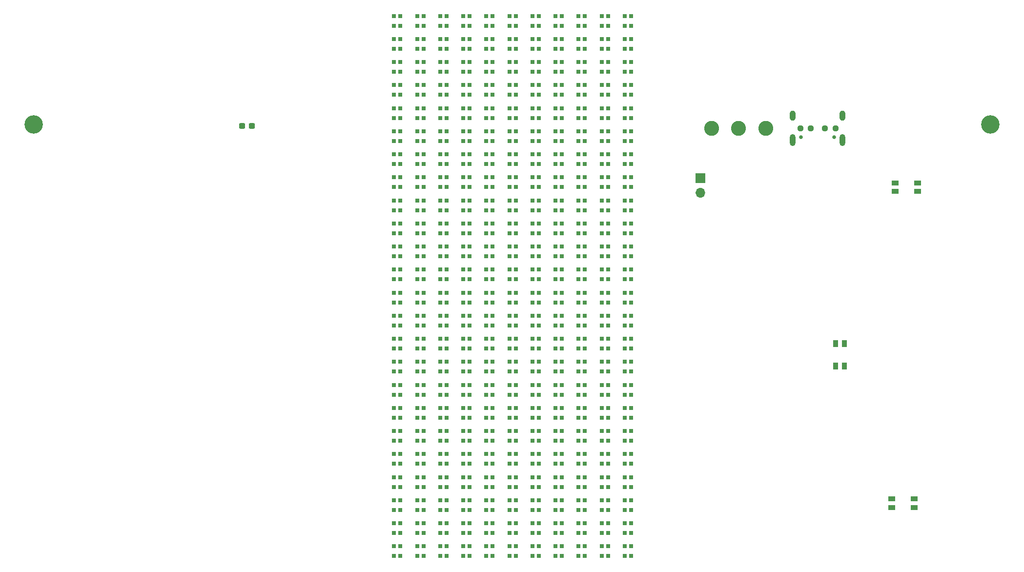
<source format=gts>
%TF.GenerationSoftware,KiCad,Pcbnew,8.0.6*%
%TF.CreationDate,2024-12-17T00:00:43+05:30*%
%TF.ProjectId,FF1-LP-Badge,4646312d-4c50-42d4-9261-6467652e6b69,rev?*%
%TF.SameCoordinates,Original*%
%TF.FileFunction,Soldermask,Top*%
%TF.FilePolarity,Negative*%
%FSLAX46Y46*%
G04 Gerber Fmt 4.6, Leading zero omitted, Abs format (unit mm)*
G04 Created by KiCad (PCBNEW 8.0.6) date 2024-12-17 00:00:43*
%MOMM*%
%LPD*%
G01*
G04 APERTURE LIST*
G04 Aperture macros list*
%AMRoundRect*
0 Rectangle with rounded corners*
0 $1 Rounding radius*
0 $2 $3 $4 $5 $6 $7 $8 $9 X,Y pos of 4 corners*
0 Add a 4 corners polygon primitive as box body*
4,1,4,$2,$3,$4,$5,$6,$7,$8,$9,$2,$3,0*
0 Add four circle primitives for the rounded corners*
1,1,$1+$1,$2,$3*
1,1,$1+$1,$4,$5*
1,1,$1+$1,$6,$7*
1,1,$1+$1,$8,$9*
0 Add four rect primitives between the rounded corners*
20,1,$1+$1,$2,$3,$4,$5,0*
20,1,$1+$1,$4,$5,$6,$7,0*
20,1,$1+$1,$6,$7,$8,$9,0*
20,1,$1+$1,$8,$9,$2,$3,0*%
G04 Aperture macros list end*
%ADD10R,0.700000X0.800000*%
%ADD11C,3.200000*%
%ADD12RoundRect,0.237500X-0.300000X-0.237500X0.300000X-0.237500X0.300000X0.237500X-0.300000X0.237500X0*%
%ADD13R,0.900000X1.250000*%
%ADD14RoundRect,0.237500X0.250000X0.237500X-0.250000X0.237500X-0.250000X-0.237500X0.250000X-0.237500X0*%
%ADD15RoundRect,0.237500X-0.250000X-0.237500X0.250000X-0.237500X0.250000X0.237500X-0.250000X0.237500X0*%
%ADD16R,1.250000X0.900000*%
%ADD17C,0.650000*%
%ADD18O,1.000000X1.800000*%
%ADD19O,1.000000X2.100000*%
%ADD20C,2.590000*%
%ADD21R,1.700000X1.700000*%
%ADD22O,1.700000X1.700000*%
G04 APERTURE END LIST*
D10*
%TO.C,D194*%
X205624984Y-59200904D03*
X205624984Y-60900904D03*
X204524984Y-60900904D03*
X204524984Y-59200904D03*
%TD*%
%TO.C,D30*%
X185624985Y-115200902D03*
X185624985Y-116900902D03*
X184524985Y-116900902D03*
X184524985Y-115200902D03*
%TD*%
%TO.C,D89*%
X181624987Y-95200905D03*
X181624987Y-96900905D03*
X180524987Y-96900905D03*
X180524987Y-95200905D03*
%TD*%
%TO.C,D168*%
X189624984Y-67200905D03*
X189624984Y-68900905D03*
X188524984Y-68900905D03*
X188524984Y-67200905D03*
%TD*%
%TO.C,D167*%
X189624983Y-71200904D03*
X189624983Y-72900904D03*
X188524983Y-72900904D03*
X188524983Y-71200904D03*
%TD*%
%TO.C,D52*%
X201624985Y-123200904D03*
X201624985Y-124900904D03*
X200524985Y-124900904D03*
X200524985Y-123200904D03*
%TD*%
%TO.C,D33*%
X189624987Y-127200905D03*
X189624987Y-128900905D03*
X188524987Y-128900905D03*
X188524987Y-127200905D03*
%TD*%
%TO.C,D127*%
X205624983Y-87200904D03*
X205624983Y-88900904D03*
X204524983Y-88900904D03*
X204524983Y-87200904D03*
%TD*%
%TO.C,D146*%
X173624984Y-59200904D03*
X173624984Y-60900904D03*
X172524984Y-60900904D03*
X172524984Y-59200904D03*
%TD*%
%TO.C,D215*%
X177624985Y-47200905D03*
X177624985Y-48900905D03*
X176524985Y-48900905D03*
X176524985Y-47200905D03*
%TD*%
%TO.C,D110*%
X193624986Y-83200905D03*
X193624986Y-84900905D03*
X192524986Y-84900905D03*
X192524986Y-83200905D03*
%TD*%
%TO.C,D90*%
X181624986Y-91200906D03*
X181624986Y-92900906D03*
X180524986Y-92900906D03*
X180524986Y-91200906D03*
%TD*%
D11*
%TO.C,H1*%
X106000000Y-54000000D03*
%TD*%
D10*
%TO.C,D148*%
X177624986Y-75200904D03*
X177624986Y-76900904D03*
X176524986Y-76900904D03*
X176524986Y-75200904D03*
%TD*%
%TO.C,D18*%
X177624985Y-115200905D03*
X177624985Y-116900905D03*
X176524985Y-116900905D03*
X176524985Y-115200905D03*
%TD*%
%TO.C,D108*%
X193624986Y-91200904D03*
X193624986Y-92900904D03*
X192524986Y-92900904D03*
X192524986Y-91200904D03*
%TD*%
%TO.C,D137*%
X169624985Y-71200904D03*
X169624985Y-72900904D03*
X168524985Y-72900904D03*
X168524985Y-71200904D03*
%TD*%
%TO.C,D27*%
X185624985Y-127200905D03*
X185624985Y-128900905D03*
X184524985Y-128900905D03*
X184524985Y-127200905D03*
%TD*%
%TO.C,D72*%
X169624985Y-91200904D03*
X169624985Y-92900904D03*
X168524985Y-92900904D03*
X168524985Y-91200904D03*
%TD*%
%TO.C,D45*%
X197624986Y-127200903D03*
X197624986Y-128900903D03*
X196524986Y-128900903D03*
X196524986Y-127200903D03*
%TD*%
%TO.C,D99*%
X189624983Y-103200904D03*
X189624983Y-104900904D03*
X188524983Y-104900904D03*
X188524983Y-103200904D03*
%TD*%
%TO.C,D213*%
X177624984Y-55200904D03*
X177624984Y-56900904D03*
X176524984Y-56900904D03*
X176524984Y-55200904D03*
%TD*%
%TO.C,D100*%
X189624984Y-99200905D03*
X189624984Y-100900905D03*
X188524984Y-100900905D03*
X188524984Y-99200905D03*
%TD*%
%TO.C,D50*%
X197624986Y-107200906D03*
X197624986Y-108900906D03*
X196524986Y-108900906D03*
X196524986Y-107200906D03*
%TD*%
%TO.C,D6*%
X169624985Y-115200905D03*
X169624985Y-116900905D03*
X168524985Y-116900905D03*
X168524985Y-115200905D03*
%TD*%
%TO.C,D175*%
X193624985Y-63200905D03*
X193624985Y-64900905D03*
X192524985Y-64900905D03*
X192524985Y-63200905D03*
%TD*%
%TO.C,D118*%
X201624985Y-99200902D03*
X201624985Y-100900902D03*
X200524985Y-100900902D03*
X200524985Y-99200902D03*
%TD*%
%TO.C,D103*%
X189624987Y-87200904D03*
X189624987Y-88900904D03*
X188524987Y-88900904D03*
X188524987Y-87200904D03*
%TD*%
%TO.C,D151*%
X177624986Y-63200905D03*
X177624986Y-64900905D03*
X176524986Y-64900905D03*
X176524986Y-63200905D03*
%TD*%
%TO.C,D260*%
X205624987Y-35200905D03*
X205624987Y-36900905D03*
X204524987Y-36900905D03*
X204524987Y-35200905D03*
%TD*%
%TO.C,D172*%
X193624984Y-75200904D03*
X193624984Y-76900904D03*
X192524984Y-76900904D03*
X192524984Y-75200904D03*
%TD*%
%TO.C,D233*%
X189624984Y-47200903D03*
X189624984Y-48900903D03*
X188524984Y-48900903D03*
X188524984Y-47200903D03*
%TD*%
%TO.C,D241*%
X193624984Y-39200904D03*
X193624984Y-40900904D03*
X192524984Y-40900904D03*
X192524984Y-39200904D03*
%TD*%
%TO.C,D75*%
X173624987Y-103200904D03*
X173624987Y-104900904D03*
X172524987Y-104900904D03*
X172524987Y-103200904D03*
%TD*%
%TO.C,D51*%
X201624985Y-127200903D03*
X201624985Y-128900903D03*
X200524985Y-128900903D03*
X200524985Y-127200903D03*
%TD*%
%TO.C,D102*%
X189624986Y-91200906D03*
X189624986Y-92900906D03*
X188524986Y-92900906D03*
X188524986Y-91200906D03*
%TD*%
%TO.C,D25*%
X181624986Y-111200903D03*
X181624986Y-112900903D03*
X180524986Y-112900903D03*
X180524986Y-111200903D03*
%TD*%
%TO.C,D63*%
X209624986Y-127200905D03*
X209624986Y-128900905D03*
X208524986Y-128900905D03*
X208524986Y-127200905D03*
%TD*%
%TO.C,D9*%
X173624984Y-127200903D03*
X173624984Y-128900903D03*
X172524984Y-128900903D03*
X172524984Y-127200903D03*
%TD*%
%TO.C,D221*%
X181624986Y-47200903D03*
X181624986Y-48900903D03*
X180524986Y-48900903D03*
X180524986Y-47200903D03*
%TD*%
%TO.C,D109*%
X193624986Y-87200904D03*
X193624986Y-88900904D03*
X192524986Y-88900904D03*
X192524986Y-87200904D03*
%TD*%
%TO.C,D212*%
X173624987Y-35200905D03*
X173624987Y-36900905D03*
X172524987Y-36900905D03*
X172524987Y-35200905D03*
%TD*%
%TO.C,D214*%
X177624985Y-51200905D03*
X177624985Y-52900905D03*
X176524985Y-52900905D03*
X176524985Y-51200905D03*
%TD*%
%TO.C,D220*%
X181624986Y-51200905D03*
X181624986Y-52900905D03*
X180524986Y-52900905D03*
X180524986Y-51200905D03*
%TD*%
%TO.C,D94*%
X185624985Y-99200905D03*
X185624985Y-100900905D03*
X184524985Y-100900905D03*
X184524985Y-99200905D03*
%TD*%
%TO.C,D53*%
X201624985Y-119200904D03*
X201624985Y-120900904D03*
X200524985Y-120900904D03*
X200524985Y-119200904D03*
%TD*%
%TO.C,D59*%
X205624983Y-119200904D03*
X205624983Y-120900904D03*
X204524983Y-120900904D03*
X204524983Y-119200904D03*
%TD*%
%TO.C,D139*%
X169624985Y-63200903D03*
X169624985Y-64900903D03*
X168524985Y-64900903D03*
X168524985Y-63200903D03*
%TD*%
%TO.C,D179*%
X197624986Y-71200904D03*
X197624986Y-72900904D03*
X196524986Y-72900904D03*
X196524986Y-71200904D03*
%TD*%
D12*
%TO.C,C31*%
X142137499Y-54300000D03*
X143862501Y-54300000D03*
%TD*%
D10*
%TO.C,D46*%
X197624986Y-123200904D03*
X197624986Y-124900904D03*
X196524986Y-124900904D03*
X196524986Y-123200904D03*
%TD*%
%TO.C,D209*%
X173624987Y-47200905D03*
X173624987Y-48900905D03*
X172524987Y-48900905D03*
X172524987Y-47200905D03*
%TD*%
%TO.C,D211*%
X173624987Y-39200904D03*
X173624987Y-40900904D03*
X172524987Y-40900904D03*
X172524987Y-39200904D03*
%TD*%
%TO.C,D116*%
X197624986Y-83200905D03*
X197624986Y-84900905D03*
X196524986Y-84900905D03*
X196524986Y-83200905D03*
%TD*%
%TO.C,D196*%
X209624986Y-75200904D03*
X209624986Y-76900904D03*
X208524986Y-76900904D03*
X208524986Y-75200904D03*
%TD*%
%TO.C,D208*%
X173624984Y-51200905D03*
X173624984Y-52900905D03*
X172524984Y-52900905D03*
X172524984Y-51200905D03*
%TD*%
%TO.C,D28*%
X185624985Y-123200904D03*
X185624985Y-124900904D03*
X184524985Y-124900904D03*
X184524985Y-123200904D03*
%TD*%
%TO.C,D93*%
X185624985Y-103200904D03*
X185624985Y-104900904D03*
X184524985Y-104900904D03*
X184524985Y-103200904D03*
%TD*%
%TO.C,D161*%
X185624985Y-71200904D03*
X185624985Y-72900904D03*
X184524985Y-72900904D03*
X184524985Y-71200904D03*
%TD*%
%TO.C,D222*%
X181624986Y-43200904D03*
X181624986Y-44900904D03*
X180524986Y-44900904D03*
X180524986Y-43200904D03*
%TD*%
%TO.C,D136*%
X169624985Y-75200904D03*
X169624985Y-76900904D03*
X168524985Y-76900904D03*
X168524985Y-75200904D03*
%TD*%
%TO.C,D170*%
X189624986Y-59200906D03*
X189624986Y-60900906D03*
X188524986Y-60900906D03*
X188524986Y-59200906D03*
%TD*%
%TO.C,D188*%
X201624985Y-59200904D03*
X201624985Y-60900904D03*
X200524985Y-60900904D03*
X200524985Y-59200904D03*
%TD*%
%TO.C,D195*%
X209624985Y-79200905D03*
X209624985Y-80900905D03*
X208524985Y-80900905D03*
X208524985Y-79200905D03*
%TD*%
%TO.C,D87*%
X181624988Y-103200904D03*
X181624988Y-104900904D03*
X180524988Y-104900904D03*
X180524988Y-103200904D03*
%TD*%
%TO.C,D37*%
X189624984Y-111200903D03*
X189624984Y-112900903D03*
X188524984Y-112900903D03*
X188524984Y-111200903D03*
%TD*%
D13*
%TO.C,SW4*%
X245149999Y-95925000D03*
X245149999Y-92075000D03*
X246650001Y-95925000D03*
X246650001Y-92075000D03*
%TD*%
D10*
%TO.C,D158*%
X181624986Y-59200906D03*
X181624986Y-60900906D03*
X180524986Y-60900906D03*
X180524986Y-59200906D03*
%TD*%
%TO.C,D124*%
X205624987Y-99200905D03*
X205624987Y-100900905D03*
X204524987Y-100900905D03*
X204524987Y-99200905D03*
%TD*%
%TO.C,D128*%
X205624984Y-83200905D03*
X205624984Y-84900905D03*
X204524984Y-84900905D03*
X204524984Y-83200905D03*
%TD*%
%TO.C,D95*%
X185624985Y-95200905D03*
X185624985Y-96900905D03*
X184524985Y-96900905D03*
X184524985Y-95200905D03*
%TD*%
%TO.C,D48*%
X197624986Y-115200905D03*
X197624986Y-116900905D03*
X196524986Y-116900905D03*
X196524986Y-115200905D03*
%TD*%
%TO.C,D152*%
X177624984Y-59200904D03*
X177624984Y-60900904D03*
X176524984Y-60900904D03*
X176524984Y-59200904D03*
%TD*%
%TO.C,D68*%
X209624986Y-107200904D03*
X209624986Y-108900904D03*
X208524986Y-108900904D03*
X208524986Y-107200904D03*
%TD*%
%TO.C,D47*%
X197624988Y-119200904D03*
X197624988Y-120900904D03*
X196524988Y-120900904D03*
X196524988Y-119200904D03*
%TD*%
%TO.C,D7*%
X169624985Y-111200905D03*
X169624985Y-112900905D03*
X168524985Y-112900905D03*
X168524985Y-111200905D03*
%TD*%
%TO.C,D229*%
X185624985Y-39200904D03*
X185624985Y-40900904D03*
X184524985Y-40900904D03*
X184524985Y-39200904D03*
%TD*%
%TO.C,D198*%
X209624986Y-67200905D03*
X209624986Y-68900905D03*
X208524986Y-68900905D03*
X208524986Y-67200905D03*
%TD*%
%TO.C,D204*%
X169624985Y-43200904D03*
X169624985Y-44900904D03*
X168524985Y-44900904D03*
X168524985Y-43200904D03*
%TD*%
%TO.C,D239*%
X193624986Y-47200905D03*
X193624986Y-48900905D03*
X192524986Y-48900905D03*
X192524986Y-47200905D03*
%TD*%
%TO.C,D153*%
X181624986Y-79200903D03*
X181624986Y-80900903D03*
X180524986Y-80900903D03*
X180524986Y-79200903D03*
%TD*%
%TO.C,D240*%
X193624984Y-43200904D03*
X193624984Y-44900904D03*
X192524984Y-44900904D03*
X192524984Y-43200904D03*
%TD*%
%TO.C,D64*%
X209624984Y-123200904D03*
X209624984Y-124900904D03*
X208524984Y-124900904D03*
X208524984Y-123200904D03*
%TD*%
%TO.C,D44*%
X193624984Y-107200904D03*
X193624984Y-108900904D03*
X192524984Y-108900904D03*
X192524984Y-107200904D03*
%TD*%
%TO.C,D111*%
X197624986Y-103200904D03*
X197624986Y-104900904D03*
X196524986Y-104900904D03*
X196524986Y-103200904D03*
%TD*%
%TO.C,D17*%
X177624984Y-119200904D03*
X177624984Y-120900904D03*
X176524984Y-120900904D03*
X176524984Y-119200904D03*
%TD*%
%TO.C,D22*%
X181624986Y-123200906D03*
X181624986Y-124900906D03*
X180524986Y-124900906D03*
X180524986Y-123200906D03*
%TD*%
%TO.C,D245*%
X197624987Y-47200905D03*
X197624987Y-48900905D03*
X196524987Y-48900905D03*
X196524987Y-47200905D03*
%TD*%
%TO.C,D49*%
X197624987Y-111200905D03*
X197624987Y-112900905D03*
X196524987Y-112900905D03*
X196524987Y-111200905D03*
%TD*%
%TO.C,D243*%
X197624988Y-55200904D03*
X197624988Y-56900904D03*
X196524988Y-56900904D03*
X196524988Y-55200904D03*
%TD*%
%TO.C,D216*%
X177624986Y-43200904D03*
X177624986Y-44900904D03*
X176524986Y-44900904D03*
X176524986Y-43200904D03*
%TD*%
%TO.C,D82*%
X177624986Y-99200905D03*
X177624986Y-100900905D03*
X176524986Y-100900905D03*
X176524986Y-99200905D03*
%TD*%
%TO.C,D58*%
X205624984Y-123200904D03*
X205624984Y-124900904D03*
X204524984Y-124900904D03*
X204524984Y-123200904D03*
%TD*%
%TO.C,D192*%
X205624987Y-67200905D03*
X205624987Y-68900905D03*
X204524987Y-68900905D03*
X204524987Y-67200905D03*
%TD*%
%TO.C,D236*%
X189624984Y-35200905D03*
X189624984Y-36900905D03*
X188524984Y-36900905D03*
X188524984Y-35200905D03*
%TD*%
%TO.C,D262*%
X209624985Y-51200905D03*
X209624985Y-52900905D03*
X208524985Y-52900905D03*
X208524985Y-51200905D03*
%TD*%
%TO.C,D67*%
X209624985Y-111200905D03*
X209624985Y-112900905D03*
X208524985Y-112900905D03*
X208524985Y-111200905D03*
%TD*%
%TO.C,D250*%
X201624985Y-51200905D03*
X201624985Y-52900905D03*
X200524985Y-52900905D03*
X200524985Y-51200905D03*
%TD*%
%TO.C,D193*%
X205624984Y-63200903D03*
X205624984Y-64900903D03*
X204524984Y-64900903D03*
X204524984Y-63200903D03*
%TD*%
%TO.C,D206*%
X169624985Y-35200902D03*
X169624985Y-36900902D03*
X168524985Y-36900902D03*
X168524985Y-35200902D03*
%TD*%
%TO.C,D242*%
X193624985Y-35200905D03*
X193624985Y-36900905D03*
X192524985Y-36900905D03*
X192524985Y-35200905D03*
%TD*%
%TO.C,D144*%
X173624987Y-67200905D03*
X173624987Y-68900905D03*
X172524987Y-68900905D03*
X172524987Y-67200905D03*
%TD*%
%TO.C,D34*%
X189624986Y-123200906D03*
X189624986Y-124900906D03*
X188524986Y-124900906D03*
X188524986Y-123200906D03*
%TD*%
%TO.C,D210*%
X173624986Y-43200906D03*
X173624986Y-44900906D03*
X172524986Y-44900906D03*
X172524986Y-43200906D03*
%TD*%
%TO.C,D255*%
X205624983Y-55200904D03*
X205624983Y-56900904D03*
X204524983Y-56900904D03*
X204524983Y-55200904D03*
%TD*%
%TO.C,D114*%
X197624986Y-91200904D03*
X197624986Y-92900904D03*
X196524986Y-92900904D03*
X196524986Y-91200904D03*
%TD*%
%TO.C,D155*%
X181624988Y-71200904D03*
X181624988Y-72900904D03*
X180524988Y-72900904D03*
X180524988Y-71200904D03*
%TD*%
%TO.C,D180*%
X197624986Y-67200905D03*
X197624986Y-68900905D03*
X196524986Y-68900905D03*
X196524986Y-67200905D03*
%TD*%
%TO.C,D19*%
X177624985Y-111200905D03*
X177624985Y-112900905D03*
X176524985Y-112900905D03*
X176524985Y-111200905D03*
%TD*%
%TO.C,D183*%
X201624985Y-79200905D03*
X201624985Y-80900905D03*
X200524985Y-80900905D03*
X200524985Y-79200905D03*
%TD*%
%TO.C,D237*%
X193624986Y-55200904D03*
X193624986Y-56900904D03*
X192524986Y-56900904D03*
X192524986Y-55200904D03*
%TD*%
%TO.C,D225*%
X185624985Y-55200904D03*
X185624985Y-56900904D03*
X184524985Y-56900904D03*
X184524985Y-55200904D03*
%TD*%
%TO.C,D21*%
X181624987Y-127200905D03*
X181624987Y-128900905D03*
X180524987Y-128900905D03*
X180524987Y-127200905D03*
%TD*%
%TO.C,D256*%
X205624984Y-51200905D03*
X205624984Y-52900905D03*
X204524984Y-52900905D03*
X204524984Y-51200905D03*
%TD*%
%TO.C,D190*%
X205624986Y-75200906D03*
X205624986Y-76900906D03*
X204524986Y-76900906D03*
X204524986Y-75200906D03*
%TD*%
%TO.C,D235*%
X189624983Y-39200904D03*
X189624983Y-40900904D03*
X188524983Y-40900904D03*
X188524983Y-39200904D03*
%TD*%
%TO.C,D207*%
X173624983Y-55200904D03*
X173624983Y-56900904D03*
X172524983Y-56900904D03*
X172524983Y-55200904D03*
%TD*%
%TO.C,D266*%
X209624986Y-35200905D03*
X209624986Y-36900905D03*
X208524986Y-36900905D03*
X208524986Y-35200905D03*
%TD*%
%TO.C,D80*%
X173624984Y-83200905D03*
X173624984Y-84900905D03*
X172524984Y-84900905D03*
X172524984Y-83200905D03*
%TD*%
%TO.C,D125*%
X205624984Y-95200903D03*
X205624984Y-96900903D03*
X204524984Y-96900903D03*
X204524984Y-95200903D03*
%TD*%
%TO.C,D141*%
X173624987Y-79200905D03*
X173624987Y-80900905D03*
X172524987Y-80900905D03*
X172524987Y-79200905D03*
%TD*%
%TO.C,D84*%
X177624984Y-91200904D03*
X177624984Y-92900904D03*
X176524984Y-92900904D03*
X176524984Y-91200904D03*
%TD*%
%TO.C,D130*%
X209624986Y-99200905D03*
X209624986Y-100900905D03*
X208524986Y-100900905D03*
X208524986Y-99200905D03*
%TD*%
%TO.C,D164*%
X185624985Y-59200904D03*
X185624985Y-60900904D03*
X184524985Y-60900904D03*
X184524985Y-59200904D03*
%TD*%
%TO.C,D234*%
X189624984Y-43200904D03*
X189624984Y-44900904D03*
X188524984Y-44900904D03*
X188524984Y-43200904D03*
%TD*%
%TO.C,D227*%
X185624985Y-47200903D03*
X185624985Y-48900903D03*
X184524985Y-48900903D03*
X184524985Y-47200903D03*
%TD*%
%TO.C,D24*%
X181624986Y-115200905D03*
X181624986Y-116900905D03*
X180524986Y-116900905D03*
X180524986Y-115200905D03*
%TD*%
%TO.C,D163*%
X185624985Y-63200905D03*
X185624985Y-64900905D03*
X184524985Y-64900905D03*
X184524985Y-63200905D03*
%TD*%
%TO.C,D254*%
X201624985Y-35200902D03*
X201624985Y-36900902D03*
X200524985Y-36900902D03*
X200524985Y-35200902D03*
%TD*%
%TO.C,D131*%
X209624986Y-95200905D03*
X209624986Y-96900905D03*
X208524986Y-96900905D03*
X208524986Y-95200905D03*
%TD*%
%TO.C,D201*%
X169624985Y-55200904D03*
X169624985Y-56900904D03*
X168524985Y-56900904D03*
X168524985Y-55200904D03*
%TD*%
%TO.C,D57*%
X205624984Y-127200903D03*
X205624984Y-128900903D03*
X204524984Y-128900903D03*
X204524984Y-127200903D03*
%TD*%
%TO.C,D253*%
X201624985Y-39200904D03*
X201624985Y-40900904D03*
X200524985Y-40900904D03*
X200524985Y-39200904D03*
%TD*%
%TO.C,D145*%
X173624984Y-63200903D03*
X173624984Y-64900903D03*
X172524984Y-64900903D03*
X172524984Y-63200903D03*
%TD*%
%TO.C,D39*%
X193624985Y-127200905D03*
X193624985Y-128900905D03*
X192524985Y-128900905D03*
X192524985Y-127200905D03*
%TD*%
%TO.C,D265*%
X209624986Y-39200904D03*
X209624986Y-40900904D03*
X208524986Y-40900904D03*
X208524986Y-39200904D03*
%TD*%
%TO.C,D20*%
X177624986Y-107200904D03*
X177624986Y-108900904D03*
X176524986Y-108900904D03*
X176524986Y-107200904D03*
%TD*%
%TO.C,D176*%
X193624986Y-59200904D03*
X193624986Y-60900904D03*
X192524986Y-60900904D03*
X192524986Y-59200904D03*
%TD*%
%TO.C,D264*%
X209624986Y-43200904D03*
X209624986Y-44900904D03*
X208524986Y-44900904D03*
X208524986Y-43200904D03*
%TD*%
%TO.C,D238*%
X193624986Y-51200905D03*
X193624986Y-52900905D03*
X192524986Y-52900905D03*
X192524986Y-51200905D03*
%TD*%
%TO.C,D38*%
X189624984Y-107200904D03*
X189624984Y-108900904D03*
X188524984Y-108900904D03*
X188524984Y-107200904D03*
%TD*%
%TO.C,D197*%
X209624986Y-71200904D03*
X209624986Y-72900904D03*
X208524986Y-72900904D03*
X208524986Y-71200904D03*
%TD*%
D14*
%TO.C,R11*%
X240812500Y-54700000D03*
X238987500Y-54700000D03*
%TD*%
D10*
%TO.C,D78*%
X173624984Y-91200904D03*
X173624984Y-92900904D03*
X172524984Y-92900904D03*
X172524984Y-91200904D03*
%TD*%
%TO.C,D56*%
X201624985Y-107200904D03*
X201624985Y-108900904D03*
X200524985Y-108900904D03*
X200524985Y-107200904D03*
%TD*%
%TO.C,D81*%
X177624986Y-103200904D03*
X177624986Y-104900904D03*
X176524986Y-104900904D03*
X176524986Y-103200904D03*
%TD*%
%TO.C,D16*%
X177624984Y-123200904D03*
X177624984Y-124900904D03*
X176524984Y-124900904D03*
X176524984Y-123200904D03*
%TD*%
%TO.C,D165*%
X189624984Y-79200903D03*
X189624984Y-80900903D03*
X188524984Y-80900903D03*
X188524984Y-79200903D03*
%TD*%
%TO.C,D3*%
X169624985Y-127200903D03*
X169624985Y-128900903D03*
X168524985Y-128900903D03*
X168524985Y-127200903D03*
%TD*%
%TO.C,D142*%
X173624986Y-75200906D03*
X173624986Y-76900906D03*
X172524986Y-76900906D03*
X172524986Y-75200906D03*
%TD*%
%TO.C,D156*%
X181624986Y-67200905D03*
X181624986Y-68900905D03*
X180524986Y-68900905D03*
X180524986Y-67200905D03*
%TD*%
%TO.C,D86*%
X177624985Y-83200905D03*
X177624985Y-84900905D03*
X176524985Y-84900905D03*
X176524985Y-83200905D03*
%TD*%
%TO.C,D119*%
X201624985Y-95200903D03*
X201624985Y-96900903D03*
X200524985Y-96900903D03*
X200524985Y-95200903D03*
%TD*%
%TO.C,D104*%
X189624987Y-83200905D03*
X189624987Y-84900905D03*
X188524987Y-84900905D03*
X188524987Y-83200905D03*
%TD*%
%TO.C,D143*%
X173624987Y-71200904D03*
X173624987Y-72900904D03*
X172524987Y-72900904D03*
X172524987Y-71200904D03*
%TD*%
%TO.C,D106*%
X193624985Y-99200905D03*
X193624985Y-100900905D03*
X192524985Y-100900905D03*
X192524985Y-99200905D03*
%TD*%
%TO.C,D134*%
X209624985Y-83200905D03*
X209624985Y-84900905D03*
X208524985Y-84900905D03*
X208524985Y-83200905D03*
%TD*%
%TO.C,D54*%
X201624985Y-115200905D03*
X201624985Y-116900905D03*
X200524985Y-116900905D03*
X200524985Y-115200905D03*
%TD*%
%TO.C,D181*%
X197624986Y-63200903D03*
X197624986Y-64900903D03*
X196524986Y-64900903D03*
X196524986Y-63200903D03*
%TD*%
%TO.C,D166*%
X189624984Y-75200904D03*
X189624984Y-76900904D03*
X188524984Y-76900904D03*
X188524984Y-75200904D03*
%TD*%
%TO.C,D200*%
X209624984Y-59200904D03*
X209624984Y-60900904D03*
X208524984Y-60900904D03*
X208524984Y-59200904D03*
%TD*%
%TO.C,D177*%
X197624987Y-79200905D03*
X197624987Y-80900905D03*
X196524987Y-80900905D03*
X196524987Y-79200905D03*
%TD*%
%TO.C,D73*%
X169624985Y-87200904D03*
X169624985Y-88900904D03*
X168524985Y-88900904D03*
X168524985Y-87200904D03*
%TD*%
%TO.C,D77*%
X173624984Y-95200903D03*
X173624984Y-96900903D03*
X172524984Y-96900903D03*
X172524984Y-95200903D03*
%TD*%
%TO.C,D55*%
X201624985Y-111200905D03*
X201624985Y-112900905D03*
X200524985Y-112900905D03*
X200524985Y-111200905D03*
%TD*%
%TO.C,D76*%
X173624987Y-99200905D03*
X173624987Y-100900905D03*
X172524987Y-100900905D03*
X172524987Y-99200905D03*
%TD*%
D15*
%TO.C,R10*%
X243287500Y-54700000D03*
X245112500Y-54700000D03*
%TD*%
D10*
%TO.C,D8*%
X169624985Y-107200904D03*
X169624985Y-108900904D03*
X168524985Y-108900904D03*
X168524985Y-107200904D03*
%TD*%
%TO.C,D247*%
X197624986Y-39200904D03*
X197624986Y-40900904D03*
X196524986Y-40900904D03*
X196524986Y-39200904D03*
%TD*%
%TO.C,D228*%
X185624985Y-43200904D03*
X185624985Y-44900904D03*
X184524985Y-44900904D03*
X184524985Y-43200904D03*
%TD*%
%TO.C,D69*%
X169624985Y-103200904D03*
X169624985Y-104900904D03*
X168524985Y-104900904D03*
X168524985Y-103200904D03*
%TD*%
%TO.C,D26*%
X181624986Y-107200904D03*
X181624986Y-108900904D03*
X180524986Y-108900904D03*
X180524986Y-107200904D03*
%TD*%
%TO.C,D223*%
X181624988Y-39200904D03*
X181624988Y-40900904D03*
X180524988Y-40900904D03*
X180524988Y-39200904D03*
%TD*%
%TO.C,D92*%
X181624986Y-83200905D03*
X181624986Y-84900905D03*
X180524986Y-84900905D03*
X180524986Y-83200905D03*
%TD*%
%TO.C,D261*%
X209624984Y-55200904D03*
X209624984Y-56900904D03*
X208524984Y-56900904D03*
X208524984Y-55200904D03*
%TD*%
%TO.C,D257*%
X205624987Y-47200905D03*
X205624987Y-48900905D03*
X204524987Y-48900905D03*
X204524987Y-47200905D03*
%TD*%
%TO.C,D79*%
X173624983Y-87200904D03*
X173624983Y-88900904D03*
X172524983Y-88900904D03*
X172524983Y-87200904D03*
%TD*%
%TO.C,D232*%
X189624987Y-51200905D03*
X189624987Y-52900905D03*
X188524987Y-52900905D03*
X188524987Y-51200905D03*
%TD*%
%TO.C,D246*%
X197624986Y-43200906D03*
X197624986Y-44900906D03*
X196524986Y-44900906D03*
X196524986Y-43200906D03*
%TD*%
%TO.C,D231*%
X189624987Y-55200904D03*
X189624987Y-56900904D03*
X188524987Y-56900904D03*
X188524987Y-55200904D03*
%TD*%
%TO.C,D10*%
X173624984Y-123200904D03*
X173624984Y-124900904D03*
X172524984Y-124900904D03*
X172524984Y-123200904D03*
%TD*%
%TO.C,D169*%
X189624987Y-63200905D03*
X189624987Y-64900905D03*
X188524987Y-64900905D03*
X188524987Y-63200905D03*
%TD*%
%TO.C,D174*%
X193624985Y-67200905D03*
X193624985Y-68900905D03*
X192524985Y-68900905D03*
X192524985Y-67200905D03*
%TD*%
%TO.C,D62*%
X205624986Y-107200906D03*
X205624986Y-108900906D03*
X204524986Y-108900906D03*
X204524986Y-107200906D03*
%TD*%
%TO.C,D105*%
X193624984Y-103200904D03*
X193624984Y-104900904D03*
X192524984Y-104900904D03*
X192524984Y-103200904D03*
%TD*%
%TO.C,D129*%
X209624986Y-103200904D03*
X209624986Y-104900904D03*
X208524986Y-104900904D03*
X208524986Y-103200904D03*
%TD*%
%TO.C,D182*%
X197624986Y-59200904D03*
X197624986Y-60900904D03*
X196524986Y-60900904D03*
X196524986Y-59200904D03*
%TD*%
%TO.C,D41*%
X193624986Y-119200904D03*
X193624986Y-120900904D03*
X192524986Y-120900904D03*
X192524986Y-119200904D03*
%TD*%
%TO.C,D252*%
X201624985Y-43200904D03*
X201624985Y-44900904D03*
X200524985Y-44900904D03*
X200524985Y-43200904D03*
%TD*%
%TO.C,D263*%
X209624985Y-47200905D03*
X209624985Y-48900905D03*
X208524985Y-48900905D03*
X208524985Y-47200905D03*
%TD*%
%TO.C,D157*%
X181624987Y-63200905D03*
X181624987Y-64900905D03*
X180524987Y-64900905D03*
X180524987Y-63200905D03*
%TD*%
%TO.C,D122*%
X201624985Y-83200905D03*
X201624985Y-84900905D03*
X200524985Y-84900905D03*
X200524985Y-83200905D03*
%TD*%
%TO.C,D61*%
X205624987Y-111200905D03*
X205624987Y-112900905D03*
X204524987Y-112900905D03*
X204524987Y-111200905D03*
%TD*%
%TO.C,D205*%
X169624985Y-39200904D03*
X169624985Y-40900904D03*
X168524985Y-40900904D03*
X168524985Y-39200904D03*
%TD*%
%TO.C,D117*%
X201624985Y-103200904D03*
X201624985Y-104900904D03*
X200524985Y-104900904D03*
X200524985Y-103200904D03*
%TD*%
%TO.C,D85*%
X177624984Y-87200904D03*
X177624984Y-88900904D03*
X176524984Y-88900904D03*
X176524984Y-87200904D03*
%TD*%
D11*
%TO.C,H2*%
X272000000Y-54000000D03*
%TD*%
D10*
%TO.C,D74*%
X169624985Y-83200905D03*
X169624985Y-84900905D03*
X168524985Y-84900905D03*
X168524985Y-83200905D03*
%TD*%
%TO.C,D15*%
X177624986Y-127200905D03*
X177624986Y-128900905D03*
X176524986Y-128900905D03*
X176524986Y-127200905D03*
%TD*%
%TO.C,D147*%
X177624985Y-79200905D03*
X177624985Y-80900905D03*
X176524985Y-80900905D03*
X176524985Y-79200905D03*
%TD*%
%TO.C,D40*%
X193624986Y-123200904D03*
X193624986Y-124900904D03*
X192524986Y-124900904D03*
X192524986Y-123200904D03*
%TD*%
%TO.C,D171*%
X193624986Y-79200905D03*
X193624986Y-80900905D03*
X192524986Y-80900905D03*
X192524986Y-79200905D03*
%TD*%
%TO.C,D230*%
X185624985Y-35200905D03*
X185624985Y-36900905D03*
X184524985Y-36900905D03*
X184524985Y-35200905D03*
%TD*%
%TO.C,D140*%
X169624985Y-59200904D03*
X169624985Y-60900904D03*
X168524985Y-60900904D03*
X168524985Y-59200904D03*
%TD*%
%TO.C,D159*%
X185624985Y-79200903D03*
X185624985Y-80900903D03*
X184524985Y-80900903D03*
X184524985Y-79200903D03*
%TD*%
%TO.C,D13*%
X173624987Y-111200905D03*
X173624987Y-112900905D03*
X172524987Y-112900905D03*
X172524987Y-111200905D03*
%TD*%
%TO.C,D244*%
X197624986Y-51200905D03*
X197624986Y-52900905D03*
X196524986Y-52900905D03*
X196524986Y-51200905D03*
%TD*%
%TO.C,D98*%
X185624985Y-83200902D03*
X185624985Y-84900902D03*
X184524985Y-84900902D03*
X184524985Y-83200902D03*
%TD*%
%TO.C,D5*%
X169624985Y-119200904D03*
X169624985Y-120900904D03*
X168524985Y-120900904D03*
X168524985Y-119200904D03*
%TD*%
%TO.C,D187*%
X201624985Y-63200903D03*
X201624985Y-64900903D03*
X200524985Y-64900903D03*
X200524985Y-63200903D03*
%TD*%
%TO.C,D97*%
X185624985Y-87200904D03*
X185624985Y-88900904D03*
X184524985Y-88900904D03*
X184524985Y-87200904D03*
%TD*%
%TO.C,D66*%
X209624985Y-115200905D03*
X209624985Y-116900905D03*
X208524985Y-116900905D03*
X208524985Y-115200905D03*
%TD*%
%TO.C,D133*%
X209624984Y-87200904D03*
X209624984Y-88900904D03*
X208524984Y-88900904D03*
X208524984Y-87200904D03*
%TD*%
%TO.C,D249*%
X201624985Y-55200904D03*
X201624985Y-56900904D03*
X200524985Y-56900904D03*
X200524985Y-55200904D03*
%TD*%
%TO.C,D150*%
X177624986Y-67200905D03*
X177624986Y-68900905D03*
X176524986Y-68900905D03*
X176524986Y-67200905D03*
%TD*%
%TO.C,D138*%
X169624985Y-67200902D03*
X169624985Y-68900902D03*
X168524985Y-68900902D03*
X168524985Y-67200902D03*
%TD*%
%TO.C,D115*%
X197624988Y-87200904D03*
X197624988Y-88900904D03*
X196524988Y-88900904D03*
X196524988Y-87200904D03*
%TD*%
%TO.C,D160*%
X185624985Y-75200904D03*
X185624985Y-76900904D03*
X184524985Y-76900904D03*
X184524985Y-75200904D03*
%TD*%
%TO.C,D173*%
X193624984Y-71200904D03*
X193624984Y-72900904D03*
X192524984Y-72900904D03*
X192524984Y-71200904D03*
%TD*%
%TO.C,D218*%
X177624986Y-35200905D03*
X177624986Y-36900905D03*
X176524986Y-36900905D03*
X176524986Y-35200905D03*
%TD*%
%TO.C,D224*%
X181624986Y-35200905D03*
X181624986Y-36900905D03*
X180524986Y-36900905D03*
X180524986Y-35200905D03*
%TD*%
%TO.C,D202*%
X169624985Y-51200905D03*
X169624985Y-52900905D03*
X168524985Y-52900905D03*
X168524985Y-51200905D03*
%TD*%
%TO.C,D31*%
X185624985Y-111200903D03*
X185624985Y-112900903D03*
X184524985Y-112900903D03*
X184524985Y-111200903D03*
%TD*%
%TO.C,D83*%
X177624986Y-95200905D03*
X177624986Y-96900905D03*
X176524986Y-96900905D03*
X176524986Y-95200905D03*
%TD*%
%TO.C,D65*%
X209624984Y-119200904D03*
X209624984Y-120900904D03*
X208524984Y-120900904D03*
X208524984Y-119200904D03*
%TD*%
%TO.C,D35*%
X189624987Y-119200904D03*
X189624987Y-120900904D03*
X188524987Y-120900904D03*
X188524987Y-119200904D03*
%TD*%
%TO.C,D107*%
X193624985Y-95200905D03*
X193624985Y-96900905D03*
X192524985Y-96900905D03*
X192524985Y-95200905D03*
%TD*%
%TO.C,D23*%
X181624986Y-119200904D03*
X181624986Y-120900904D03*
X180524986Y-120900904D03*
X180524986Y-119200904D03*
%TD*%
%TO.C,D219*%
X181624986Y-55200904D03*
X181624986Y-56900904D03*
X180524986Y-56900904D03*
X180524986Y-55200904D03*
%TD*%
%TO.C,D123*%
X205624987Y-103200904D03*
X205624987Y-104900904D03*
X204524987Y-104900904D03*
X204524987Y-103200904D03*
%TD*%
%TO.C,D71*%
X169624985Y-95200903D03*
X169624985Y-96900903D03*
X168524985Y-96900903D03*
X168524985Y-95200903D03*
%TD*%
D16*
%TO.C,SW2*%
X254875000Y-118950000D03*
X258725000Y-118950000D03*
X254875000Y-120450000D03*
X258725000Y-120450000D03*
%TD*%
D10*
%TO.C,D258*%
X205624986Y-43200906D03*
X205624986Y-44900906D03*
X204524986Y-44900906D03*
X204524986Y-43200906D03*
%TD*%
D16*
%TO.C,SW3*%
X255475000Y-64150000D03*
X259325000Y-64150000D03*
X255475000Y-65650000D03*
X259325000Y-65650000D03*
%TD*%
D10*
%TO.C,D14*%
X173624986Y-107200906D03*
X173624986Y-108900906D03*
X172524986Y-108900906D03*
X172524986Y-107200906D03*
%TD*%
%TO.C,D162*%
X185624985Y-67200905D03*
X185624985Y-68900905D03*
X184524985Y-68900905D03*
X184524985Y-67200905D03*
%TD*%
%TO.C,D121*%
X201624985Y-87200904D03*
X201624985Y-88900904D03*
X200524985Y-88900904D03*
X200524985Y-87200904D03*
%TD*%
%TO.C,D4*%
X169624985Y-123200904D03*
X169624985Y-124900904D03*
X168524985Y-124900904D03*
X168524985Y-123200904D03*
%TD*%
%TO.C,D12*%
X173624984Y-115200905D03*
X173624984Y-116900905D03*
X172524984Y-116900905D03*
X172524984Y-115200905D03*
%TD*%
%TO.C,D70*%
X169624985Y-99200902D03*
X169624985Y-100900902D03*
X168524985Y-100900902D03*
X168524985Y-99200902D03*
%TD*%
%TO.C,D154*%
X181624986Y-75200904D03*
X181624986Y-76900904D03*
X180524986Y-76900904D03*
X180524986Y-75200904D03*
%TD*%
%TO.C,D101*%
X189624987Y-95200905D03*
X189624987Y-96900905D03*
X188524987Y-96900905D03*
X188524987Y-95200905D03*
%TD*%
%TO.C,D186*%
X201624985Y-67200902D03*
X201624985Y-68900902D03*
X200524985Y-68900902D03*
X200524985Y-67200902D03*
%TD*%
%TO.C,D43*%
X193624986Y-111200905D03*
X193624986Y-112900905D03*
X192524986Y-112900905D03*
X192524986Y-111200905D03*
%TD*%
%TO.C,D135*%
X169624985Y-79200905D03*
X169624985Y-80900905D03*
X168524985Y-80900905D03*
X168524985Y-79200905D03*
%TD*%
%TO.C,D184*%
X201624985Y-75200904D03*
X201624985Y-76900904D03*
X200524985Y-76900904D03*
X200524985Y-75200904D03*
%TD*%
%TO.C,D132*%
X209624984Y-91200904D03*
X209624984Y-92900904D03*
X208524984Y-92900904D03*
X208524984Y-91200904D03*
%TD*%
%TO.C,D251*%
X201624985Y-47200905D03*
X201624985Y-48900905D03*
X200524985Y-48900905D03*
X200524985Y-47200905D03*
%TD*%
%TO.C,D29*%
X185624985Y-119200904D03*
X185624985Y-120900904D03*
X184524985Y-120900904D03*
X184524985Y-119200904D03*
%TD*%
%TO.C,D36*%
X189624987Y-115200905D03*
X189624987Y-116900905D03*
X188524987Y-116900905D03*
X188524987Y-115200905D03*
%TD*%
%TO.C,D91*%
X181624986Y-87200904D03*
X181624986Y-88900904D03*
X180524986Y-88900904D03*
X180524986Y-87200904D03*
%TD*%
%TO.C,D113*%
X197624986Y-95200903D03*
X197624986Y-96900903D03*
X196524986Y-96900903D03*
X196524986Y-95200903D03*
%TD*%
%TO.C,D32*%
X185624985Y-107200904D03*
X185624985Y-108900904D03*
X184524985Y-108900904D03*
X184524985Y-107200904D03*
%TD*%
%TO.C,D42*%
X193624986Y-115200905D03*
X193624986Y-116900905D03*
X192524986Y-116900905D03*
X192524986Y-115200905D03*
%TD*%
%TO.C,D149*%
X177624986Y-71200904D03*
X177624986Y-72900904D03*
X176524986Y-72900904D03*
X176524986Y-71200904D03*
%TD*%
%TO.C,D126*%
X205624984Y-91200904D03*
X205624984Y-92900904D03*
X204524984Y-92900904D03*
X204524984Y-91200904D03*
%TD*%
%TO.C,D203*%
X169624985Y-47200905D03*
X169624985Y-48900905D03*
X168524985Y-48900905D03*
X168524985Y-47200905D03*
%TD*%
%TO.C,D60*%
X205624984Y-115200905D03*
X205624984Y-116900905D03*
X204524984Y-116900905D03*
X204524984Y-115200905D03*
%TD*%
%TO.C,D217*%
X177624986Y-39200904D03*
X177624986Y-40900904D03*
X176524986Y-40900904D03*
X176524986Y-39200904D03*
%TD*%
%TO.C,D88*%
X181624986Y-99200905D03*
X181624986Y-100900905D03*
X180524986Y-100900905D03*
X180524986Y-99200905D03*
%TD*%
%TO.C,D11*%
X173624983Y-119200904D03*
X173624983Y-120900904D03*
X172524983Y-120900904D03*
X172524983Y-119200904D03*
%TD*%
%TO.C,D120*%
X201624985Y-91200904D03*
X201624985Y-92900904D03*
X200524985Y-92900904D03*
X200524985Y-91200904D03*
%TD*%
%TO.C,D191*%
X205624987Y-71200904D03*
X205624987Y-72900904D03*
X204524987Y-72900904D03*
X204524987Y-71200904D03*
%TD*%
%TO.C,D112*%
X197624986Y-99200905D03*
X197624986Y-100900905D03*
X196524986Y-100900905D03*
X196524986Y-99200905D03*
%TD*%
%TO.C,D178*%
X197624986Y-75200906D03*
X197624986Y-76900906D03*
X196524986Y-76900906D03*
X196524986Y-75200906D03*
%TD*%
%TO.C,D226*%
X185624985Y-51200902D03*
X185624985Y-52900902D03*
X184524985Y-52900902D03*
X184524985Y-51200902D03*
%TD*%
%TO.C,D248*%
X197624986Y-35200905D03*
X197624986Y-36900905D03*
X196524986Y-36900905D03*
X196524986Y-35200905D03*
%TD*%
%TO.C,D199*%
X209624986Y-63200905D03*
X209624986Y-64900905D03*
X208524986Y-64900905D03*
X208524986Y-63200905D03*
%TD*%
%TO.C,D259*%
X205624987Y-39200904D03*
X205624987Y-40900904D03*
X204524987Y-40900904D03*
X204524987Y-39200904D03*
%TD*%
%TO.C,D96*%
X185624985Y-91200904D03*
X185624985Y-92900904D03*
X184524985Y-92900904D03*
X184524985Y-91200904D03*
%TD*%
%TO.C,D189*%
X205624987Y-79200905D03*
X205624987Y-80900905D03*
X204524987Y-80900905D03*
X204524987Y-79200905D03*
%TD*%
%TO.C,D185*%
X201624985Y-71200904D03*
X201624985Y-72900904D03*
X200524985Y-72900904D03*
X200524985Y-71200904D03*
%TD*%
D17*
%TO.C,J2*%
X239110000Y-56215000D03*
X244890000Y-56215000D03*
D18*
X237680000Y-52535000D03*
D19*
X237680000Y-56715000D03*
D18*
X246320000Y-52535000D03*
D19*
X246320000Y-56715000D03*
%TD*%
D20*
%TO.C,SW5*%
X223575000Y-54700000D03*
X228275000Y-54700000D03*
X232975000Y-54700000D03*
%TD*%
D21*
%TO.C,BT1*%
X221625000Y-63300000D03*
D22*
X221625000Y-65840000D03*
%TD*%
M02*

</source>
